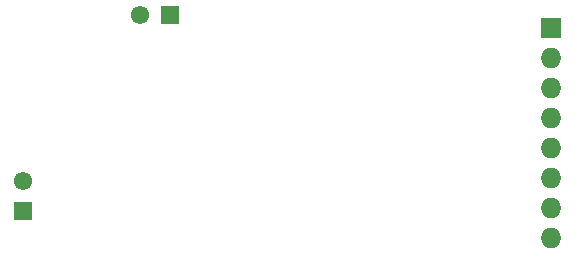
<source format=gbs>
G04 #@! TF.FileFunction,Soldermask,Bot*
%FSLAX46Y46*%
G04 Gerber Fmt 4.6, Leading zero omitted, Abs format (unit mm)*
G04 Created by KiCad (PCBNEW 4.0.6) date 12/13/17 15:02:03*
%MOMM*%
%LPD*%
G01*
G04 APERTURE LIST*
%ADD10C,0.150000*%
%ADD11R,1.554000X1.554000*%
%ADD12C,1.554000*%
%ADD13R,1.730000X1.730000*%
%ADD14O,1.730000X1.730000*%
G04 APERTURE END LIST*
D10*
D11*
X280630000Y-126340000D03*
D12*
X278090000Y-126340000D03*
D11*
X268160000Y-142940000D03*
D12*
X268160000Y-140400000D03*
D13*
X312840000Y-127410000D03*
D14*
X312840000Y-129950000D03*
X312840000Y-132490000D03*
X312840000Y-135030000D03*
X312840000Y-137570000D03*
X312840000Y-140110000D03*
X312840000Y-142650000D03*
X312840000Y-145190000D03*
M02*

</source>
